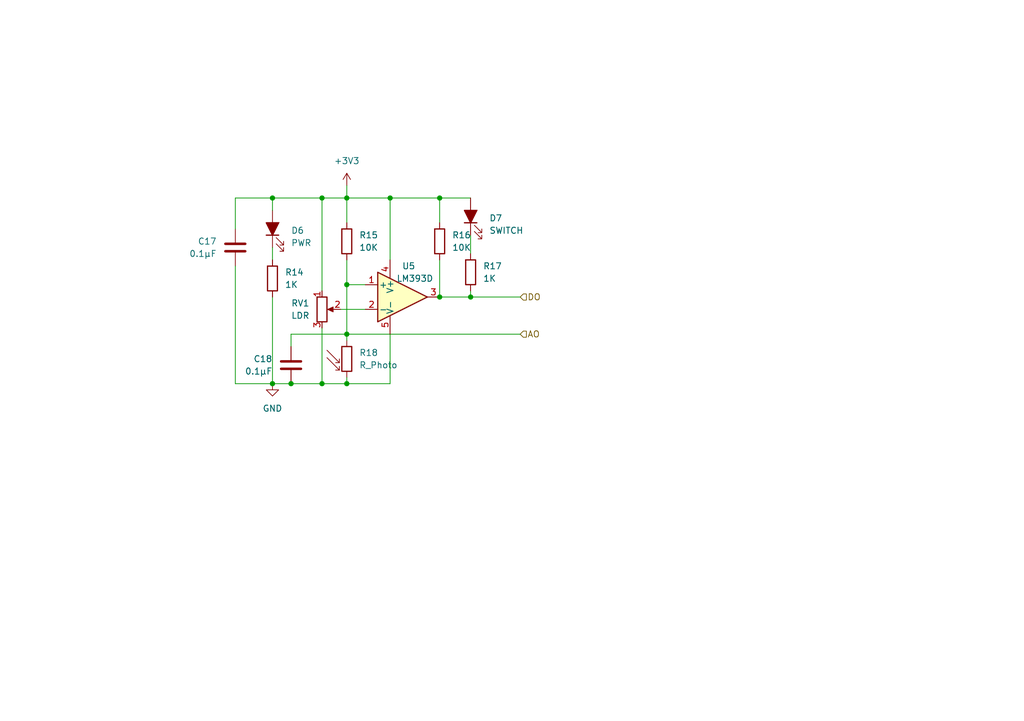
<source format=kicad_sch>
(kicad_sch (version 20211123) (generator eeschema)
  (paper "A5")
  (lib_symbols
    (symbol "Device:C" (pin_numbers hide) (pin_names (offset 0.254))
      (property "Reference" "C" (at 0.635 2.54 0))
      (property "Value" "C" (at 0.635 -2.54 0))
      (symbol "C_0_1"
        (polyline (pts (xy -2.032 -0.762) (xy 2.032 -0.762)) (stroke (width 0.508)))
        (polyline (pts (xy -2.032 0.762) (xy 2.032 0.762)) (stroke (width 0.508)))
      )
      (symbol "C_1_1"
        (pin passive line (at 0 3.81 270) (length 2.794) (name "~") (number "1"))
        (pin passive line (at 0 -3.81 90) (length 2.794) (name "~") (number "2"))
      )
    )
    (symbol "Device:LED_Filled" (pin_numbers hide) (pin_names (offset 1.016) hide)
      (property "Reference" "D" (at 0 2.54 0))
      (property "Value" "LED_Filled" (at 0 -2.54 0))
      (symbol "LED_Filled_0_1"
        (polyline (pts (xy -1.27 -1.27) (xy -1.27 1.27)) (stroke (width 0.254)))
        (polyline (pts (xy -1.27 0) (xy 1.27 0)))
        (polyline (pts (xy 1.27 -1.27) (xy 1.27 1.27) (xy -1.27 0) (xy 1.27 -1.27)) (stroke (width 0.254)) (fill (type outline)))
        (polyline (pts (xy -3.048 -0.762) (xy -4.572 -2.286) (xy -3.81 -2.286) (xy -4.572 -2.286) (xy -4.572 -1.524)))
        (polyline (pts (xy -1.778 -0.762) (xy -3.302 -2.286) (xy -2.54 -2.286) (xy -3.302 -2.286) (xy -3.302 -1.524)))
      )
      (symbol "LED_Filled_1_1"
        (pin passive line (at -3.81 0 0) (length 2.54) (name "K") (number "1"))
        (pin passive line (at 3.81 0 180) (length 2.54) (name "A") (number "2"))
      )
    )
    (symbol "Device:R" (pin_numbers hide) (pin_names (offset 0))
      (property "Reference" "R" (at 2.032 0 90))
      (property "Value" "R" (at 0 0 90))
      (symbol "R_0_1"
        (rectangle (start -1.016 -2.54) (end 1.016 2.54) (stroke (width 0.254)))
      )
      (symbol "R_1_1"
        (pin passive line (at 0 3.81 270) (length 1.27) (name "~") (number "1"))
        (pin passive line (at 0 -3.81 90) (length 1.27) (name "~") (number "2"))
      )
    )
    (symbol "Device:R_Photo" (pin_numbers hide) (pin_names (offset 0))
      (property "Reference" "R" (at 1.27 1.27 0))
      (property "Value" "R_Photo" (at 1.27 0 0))
      (symbol "R_Photo_0_1"
        (rectangle (start -1.016 2.54) (end 1.016 -2.54) (stroke (width 0.254)))
        (polyline (pts (xy -1.524 -2.286) (xy -4.064 0.254)))
        (polyline (pts (xy -1.524 -2.286) (xy -2.286 -2.286)))
        (polyline (pts (xy -1.524 -2.286) (xy -1.524 -1.524)))
        (polyline (pts (xy -1.524 -0.762) (xy -4.064 1.778)))
        (polyline (pts (xy -1.524 -0.762) (xy -2.286 -0.762)))
        (polyline (pts (xy -1.524 -0.762) (xy -1.524 0)))
      )
      (symbol "R_Photo_1_1"
        (pin passive line (at 0 3.81 270) (length 1.27) (name "~") (number "1"))
        (pin passive line (at 0 -3.81 90) (length 1.27) (name "~") (number "2"))
      )
    )
    (symbol "Device:R_Potentiometer" (pin_names (offset 1.016) hide)
      (property "Reference" "RV" (at -4.445 0 90))
      (property "Value" "R_Potentiometer" (at -2.54 0 90))
      (symbol "R_Potentiometer_0_1"
        (polyline (pts (xy 2.54 0) (xy 1.524 0)))
        (polyline (pts (xy 1.143 0) (xy 2.286 0.508) (xy 2.286 -0.508) (xy 1.143 0)) (fill (type outline)))
        (rectangle (start 1.016 2.54) (end -1.016 -2.54) (stroke (width 0.254)))
      )
      (symbol "R_Potentiometer_1_1"
        (pin passive line (at 0 3.81 270) (length 1.27) (name "1") (number "1"))
        (pin passive line (at 3.81 0 180) (length 1.27) (name "2") (number "2"))
        (pin passive line (at 0 -3.81 90) (length 1.27) (name "3") (number "3"))
      )
    )
    (symbol "power:+3V3" (power) (pin_names (offset 0))
      (property "Value" "+3V3" (at 0 3.556 0))
      (symbol "+3V3_0_1"
        (polyline (pts (xy -0.762 1.27) (xy 0 2.54)))
        (polyline (pts (xy 0 0) (xy 0 2.54)))
        (polyline (pts (xy 0 2.54) (xy 0.762 1.27)))
      )
      (symbol "+3V3_1_1"
        (pin power_in line (at 0 0 90) (length 0) hide (name "+3V3") (number "1"))
      )
    )
    (symbol "power:GND" (power) (pin_names (offset 0))
      (property "Value" "GND" (at 0 -3.81 0))
      (symbol "GND_0_1"
        (polyline (pts (xy 0 0) (xy 0 -1.27) (xy 1.27 -1.27) (xy 0 -2.54) (xy -1.27 -1.27) (xy 0 -1.27)))
      )
      (symbol "GND_1_1"
        (pin power_in line (at 0 0 270) (length 0) hide (name "GND") (number "1"))
      )
    )
    (symbol "pspice:OPAMP" (pin_names (offset 0.254))
      (property "Reference" "U" (at 3.81 3.175 0))
      (property "Value" "OPAMP" (at 3.81 -3.175 0))
      (symbol "OPAMP_0_1"
        (polyline (pts (xy 5.08 0) (xy -5.08 5.08) (xy -5.08 -5.08) (xy 5.08 0)) (stroke (width 0.254)) (fill (type background)))
      )
      (symbol "OPAMP_1_1"
        (pin input line (at -7.62 2.54 0) (length 2.54) (name "+") (number "1"))
        (pin input line (at -7.62 -2.54 0) (length 2.54) (name "-") (number "2"))
        (pin output line (at 7.62 0 180) (length 2.54) (name "~") (number "3"))
        (pin power_in line (at -2.54 7.62 270) (length 3.81) (name "V+") (number "4"))
        (pin power_in line (at -2.54 -7.62 90) (length 3.81) (name "V-") (number "5"))
      )
    )
  )
  (junction (at 96.52 60.96))
  (junction (at 71.12 58.42))
  (junction (at 66.04 78.74))
  (junction (at 71.12 68.58))
  (junction (at 55.88 78.74))
  (junction (at 90.17 60.96))
  (junction (at 71.12 40.64))
  (junction (at 80.01 40.64))
  (junction (at 66.04 40.64))
  (junction (at 59.69 78.74))
  (junction (at 90.17 40.64))
  (junction (at 55.88 40.64))
  (junction (at 71.12 78.74))
  (wire (pts (xy 69.85 63.5) (xy 74.93 63.5)))
  (wire (pts (xy 59.69 78.74) (xy 66.04 78.74)))
  (wire (pts (xy 96.52 59.69) (xy 96.52 60.96)))
  (wire (pts (xy 71.12 38.1) (xy 71.12 40.64)))
  (wire (pts (xy 48.26 40.64) (xy 55.88 40.64)))
  (wire (pts (xy 71.12 78.74) (xy 80.01 78.74)))
  (wire (pts (xy 80.01 78.74) (xy 80.01 68.58)))
  (wire (pts (xy 90.17 40.64) (xy 96.52 40.64)))
  (wire (pts (xy 80.01 40.64) (xy 90.17 40.64)))
  (wire (pts (xy 74.93 58.42) (xy 71.12 58.42)))
  (wire (pts (xy 66.04 67.31) (xy 66.04 78.74)))
  (wire (pts (xy 66.04 40.64) (xy 71.12 40.64)))
  (wire (pts (xy 71.12 68.58) (xy 71.12 69.85)))
  (wire (pts (xy 71.12 78.74) (xy 71.12 77.47)))
  (wire (pts (xy 66.04 40.64) (xy 66.04 59.69)))
  (wire (pts (xy 59.69 68.58) (xy 71.12 68.58)))
  (wire (pts (xy 55.88 40.64) (xy 66.04 40.64)))
  (wire (pts (xy 59.69 68.58) (xy 59.69 71.12)))
  (wire (pts (xy 48.26 54.61) (xy 48.26 78.74)))
  (wire (pts (xy 48.26 78.74) (xy 55.88 78.74)))
  (wire (pts (xy 71.12 40.64) (xy 80.01 40.64)))
  (wire (pts (xy 96.52 48.26) (xy 96.52 52.07)))
  (wire (pts (xy 71.12 68.58) (xy 106.68 68.58)))
  (wire (pts (xy 90.17 53.34) (xy 90.17 60.96)))
  (wire (pts (xy 55.88 43.18) (xy 55.88 40.64)))
  (wire (pts (xy 66.04 78.74) (xy 71.12 78.74)))
  (wire (pts (xy 48.26 46.99) (xy 48.26 40.64)))
  (wire (pts (xy 80.01 40.64) (xy 80.01 53.34)))
  (wire (pts (xy 55.88 78.74) (xy 59.69 78.74)))
  (wire (pts (xy 96.52 60.96) (xy 106.68 60.96)))
  (wire (pts (xy 55.88 50.8) (xy 55.88 53.34)))
  (wire (pts (xy 90.17 40.64) (xy 90.17 45.72)))
  (wire (pts (xy 96.52 60.96) (xy 90.17 60.96)))
  (wire (pts (xy 71.12 58.42) (xy 71.12 68.58)))
  (wire (pts (xy 55.88 60.96) (xy 55.88 78.74)))
  (wire (pts (xy 71.12 58.42) (xy 71.12 53.34)))
  (wire (pts (xy 71.12 45.72) (xy 71.12 40.64)))
  (hierarchical_label "DO" (shape input) (at 106.68 60.96 0))
  (hierarchical_label "AO" (shape input) (at 106.68 68.58 0))
  (symbol (lib_id "power:+3V3") (at 71.12 38.1 0) (unit 1)
    (property "Reference" "#PWR0137" (effects hide))
    (property "Value" "+3V3" (at 71.12 33.02 0))
  )
  (symbol (lib_id "Device:C") (at 59.69 74.93 0) (mirror x) (unit 1)
    (property "Reference" "C18" (at 55.88 73.6599 0) (effects (justify right)))
    (property "Value" "0.1µF" (at 55.88 76.1999 0) (effects (justify right)))
    (property "Footprint" "Final_project:CL10B104JB8NNNC" (effects hide))
  )
  (symbol (lib_id "Device:R") (at 71.12 49.53 0) (unit 1)
    (property "Reference" "R15" (at 73.66 48.2599 0) (effects (justify left)))
    (property "Value" "10K" (at 73.66 50.7999 0) (effects (justify left)))
    (property "Footprint" "Resistor_SMD:R_0805_2012Metric" (effects hide))
    (property "Datasheet" "https://www.yageo.com/upload/media/product/productsearch/datasheet/rchip/PYu-RC_Group_51_RoHS_L_12.pdf" (effects hide))
    (property "PurchasingLink" "https://www.digikey.com/en/products/detail/yageo/RC0603FR-0710KL/726880" (effects hide))
  )
  (symbol (lib_id "Device:R_Photo") (at 71.12 73.66 0) (unit 1)
    (property "Reference" "R18" (at 73.66 72.3899 0) (effects (justify left)))
    (property "Value" "R_Photo" (at 73.66 74.9299 0) (effects (justify left)))
    (property "Footprint" "Final_project:02-LDR4" (effects hide))
  )
  (symbol (lib_id "Device:R") (at 90.17 49.53 0) (unit 1)
    (property "Reference" "R16" (at 92.71 48.2599 0) (effects (justify left)))
    (property "Value" "10K" (at 92.71 50.7999 0) (effects (justify left)))
    (property "Footprint" "Resistor_SMD:R_0805_2012Metric" (effects hide))
    (property "Datasheet" "https://www.yageo.com/upload/media/product/productsearch/datasheet/rchip/PYu-RC_Group_51_RoHS_L_12.pdf" (effects hide))
    (property "PurchasingLink" "https://www.digikey.com/en/products/detail/yageo/RC0603FR-0710KL/726880" (effects hide))
  )
  (symbol (lib_id "power:GND") (at 55.88 78.74 0) (unit 1)
    (property "Reference" "#PWR0138" (effects hide))
    (property "Value" "GND" (at 55.88 83.82 0))
  )
  (symbol (lib_id "pspice:OPAMP") (at 82.55 60.96 0) (unit 1)
    (property "Reference" "U5" (at 83.82 54.61 0))
    (property "Value" "LM393D" (at 85.09 57.15 0))
    (property "Footprint" "Final_project:LM393D" (effects hide))
  )
  (symbol (lib_id "Device:LED_Filled") (at 55.88 46.99 90) (unit 1)
    (property "Reference" "D6" (at 59.69 47.3074 90) (effects (justify right)))
    (property "Value" "PWR" (at 59.69 49.8474 90) (effects (justify right)))
    (property "Footprint" "Final_project:LTST-C170TGKT" (effects hide))
  )
  (symbol (lib_id "Device:R") (at 55.88 57.15 0) (unit 1)
    (property "Reference" "R14" (at 58.42 55.8799 0) (effects (justify left)))
    (property "Value" "1K" (at 58.42 58.4199 0) (effects (justify left)))
    (property "Footprint" "Final_project:RC0603FR-071KL" (effects hide))
  )
  (symbol (lib_id "Device:R_Potentiometer") (at 66.04 63.5 0) (unit 1)
    (property "Reference" "RV1" (at 63.5 62.2299 0) (effects (justify right)))
    (property "Value" "LDR" (at 63.5 64.7699 0) (effects (justify right)))
    (property "Footprint" "Final_project:TRIM_T73YU103KT20" (effects hide))
  )
  (symbol (lib_id "Device:R") (at 96.52 55.88 0) (unit 1)
    (property "Reference" "R17" (at 99.06 54.6099 0) (effects (justify left)))
    (property "Value" "1K" (at 99.06 57.1499 0) (effects (justify left)))
    (property "Footprint" "Final_project:RC0603FR-071KL" (effects hide))
  )
  (symbol (lib_id "Device:LED_Filled") (at 96.52 44.45 90) (unit 1)
    (property "Reference" "D7" (at 100.33 44.7674 90) (effects (justify right)))
    (property "Value" "SWITCH" (at 100.33 47.3074 90) (effects (justify right)))
    (property "Footprint" "Final_project:LTST-C170TGKT" (effects hide))
  )
  (symbol (lib_id "Device:C") (at 48.26 50.8 0) (mirror x) (unit 1)
    (property "Reference" "C17" (at 44.45 49.5299 0) (effects (justify right)))
    (property "Value" "0.1µF" (at 44.45 52.0699 0) (effects (justify right)))
    (property "Footprint" "Final_project:CL10B104JB8NNNC" (effects hide))
  )
)
</source>
